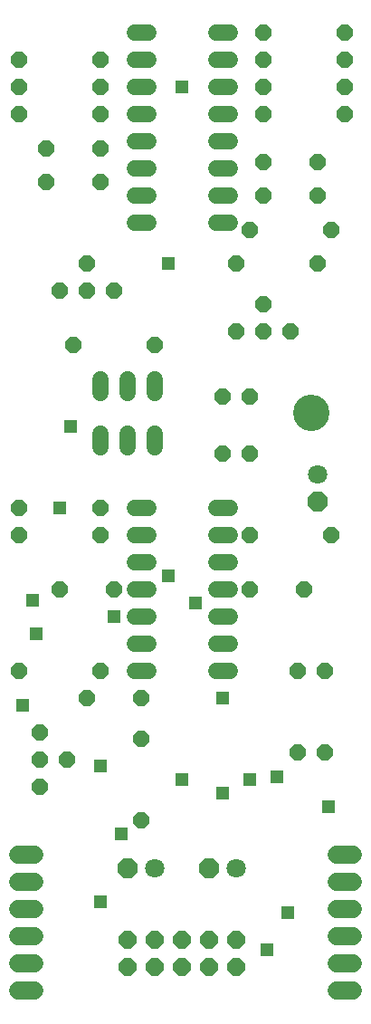
<source format=gts>
G04 EAGLE Gerber RS-274X export*
G75*
%MOMM*%
%FSLAX34Y34*%
%LPD*%
%INSoldermask Top*%
%IPPOS*%
%AMOC8*
5,1,8,0,0,1.08239X$1,22.5*%
G01*
%ADD10C,3.403200*%
%ADD11C,1.524000*%
%ADD12P,1.951982X8X202.500000*%
%ADD13C,1.803400*%
%ADD14P,1.759533X8X202.500000*%
%ADD15P,1.649562X8X202.500000*%
%ADD16P,1.649562X8X22.500000*%
%ADD17P,1.649562X8X112.500000*%
%ADD18P,1.951982X8X292.500000*%
%ADD19C,1.727200*%
%ADD20R,1.209600X1.209600*%


D10*
X292100Y558800D03*
D11*
X139954Y914400D02*
X126746Y914400D01*
X126746Y889000D02*
X139954Y889000D01*
X139954Y863600D02*
X126746Y863600D01*
X126746Y838200D02*
X139954Y838200D01*
X139954Y812800D02*
X126746Y812800D01*
X126746Y787400D02*
X139954Y787400D01*
X139954Y762000D02*
X126746Y762000D01*
X126746Y736600D02*
X139954Y736600D01*
X202946Y736600D02*
X216154Y736600D01*
X216154Y762000D02*
X202946Y762000D01*
X202946Y787400D02*
X216154Y787400D01*
X216154Y812800D02*
X202946Y812800D01*
X202946Y838200D02*
X216154Y838200D01*
X216154Y863600D02*
X202946Y863600D01*
X202946Y889000D02*
X216154Y889000D01*
X216154Y914400D02*
X202946Y914400D01*
D12*
X120650Y133350D03*
D13*
X146050Y133350D03*
D12*
X196850Y133350D03*
D13*
X222250Y133350D03*
D14*
X222250Y66675D03*
X222250Y41275D03*
X196850Y66675D03*
X196850Y41275D03*
X171450Y66675D03*
X171450Y41275D03*
X146050Y66675D03*
X146050Y41275D03*
X120650Y66675D03*
X120650Y41275D03*
D11*
X126746Y469900D02*
X139954Y469900D01*
X139954Y444500D02*
X126746Y444500D01*
X126746Y317500D02*
X139954Y317500D01*
X202946Y317500D02*
X216154Y317500D01*
X139954Y419100D02*
X126746Y419100D01*
X126746Y393700D02*
X139954Y393700D01*
X139954Y342900D02*
X126746Y342900D01*
X126746Y368300D02*
X139954Y368300D01*
X202946Y342900D02*
X216154Y342900D01*
X216154Y368300D02*
X202946Y368300D01*
X202946Y393700D02*
X216154Y393700D01*
X216154Y419100D02*
X202946Y419100D01*
X202946Y444500D02*
X216154Y444500D01*
X216154Y469900D02*
X202946Y469900D01*
D15*
X95250Y469900D03*
X19050Y469900D03*
D16*
X57150Y393700D03*
X107950Y393700D03*
D15*
X285750Y393700D03*
X234950Y393700D03*
D16*
X19050Y444500D03*
X95250Y444500D03*
D17*
X38100Y260350D03*
X38100Y209550D03*
X63500Y234950D03*
X38100Y234950D03*
D11*
X95250Y577596D02*
X95250Y590804D01*
X146050Y590804D02*
X146050Y577596D01*
X120650Y577596D02*
X120650Y590804D01*
X95250Y540004D02*
X95250Y526796D01*
X146050Y526796D02*
X146050Y540004D01*
X120650Y540004D02*
X120650Y526796D01*
D15*
X133350Y292100D03*
X82550Y292100D03*
X95250Y317500D03*
X19050Y317500D03*
D16*
X69850Y622300D03*
X146050Y622300D03*
D15*
X57150Y673100D03*
X107950Y673100D03*
X82550Y698500D03*
X82550Y673100D03*
D18*
X298450Y476250D03*
D13*
X298450Y501650D03*
D17*
X304800Y241300D03*
X304800Y317500D03*
D15*
X323850Y889000D03*
X247650Y889000D03*
X323850Y863600D03*
X247650Y863600D03*
X323850Y838200D03*
X247650Y838200D03*
D16*
X247650Y914400D03*
X323850Y914400D03*
X19050Y889000D03*
X95250Y889000D03*
X19050Y863600D03*
X95250Y863600D03*
D15*
X95250Y838200D03*
X19050Y838200D03*
X95250Y806450D03*
X44450Y806450D03*
D16*
X247650Y762000D03*
X298450Y762000D03*
D15*
X311150Y730250D03*
X234950Y730250D03*
X222250Y635000D03*
X273050Y635000D03*
X247650Y660400D03*
X247650Y635000D03*
D16*
X234950Y444500D03*
X311150Y444500D03*
X209550Y574675D03*
X234950Y574675D03*
D15*
X234950Y520700D03*
X209550Y520700D03*
D16*
X44450Y774700D03*
X95250Y774700D03*
D15*
X298450Y793750D03*
X247650Y793750D03*
D16*
X222250Y698500D03*
X298450Y698500D03*
D17*
X133350Y177800D03*
X133350Y254000D03*
D19*
X33020Y146050D02*
X17780Y146050D01*
X17780Y120650D02*
X33020Y120650D01*
X33020Y95250D02*
X17780Y95250D01*
X17780Y69850D02*
X33020Y69850D01*
X33020Y44450D02*
X17780Y44450D01*
X17780Y19050D02*
X33020Y19050D01*
X316230Y146050D02*
X331470Y146050D01*
X331470Y120650D02*
X316230Y120650D01*
X316230Y95250D02*
X331470Y95250D01*
X331470Y69850D02*
X316230Y69850D01*
X316230Y44450D02*
X331470Y44450D01*
X331470Y19050D02*
X316230Y19050D01*
D17*
X279400Y241300D03*
X279400Y317500D03*
D20*
X22225Y285750D03*
X66675Y546100D03*
X250825Y57150D03*
X114300Y165100D03*
X34925Y352425D03*
X307975Y190500D03*
X269875Y92075D03*
X184150Y381000D03*
X95250Y101600D03*
X158750Y698500D03*
X158750Y406400D03*
X95250Y228600D03*
X57150Y469900D03*
X209550Y292100D03*
X209550Y203200D03*
X171450Y863600D03*
X171450Y215900D03*
X234950Y215900D03*
X260350Y219075D03*
X31750Y384175D03*
X107950Y368300D03*
M02*

</source>
